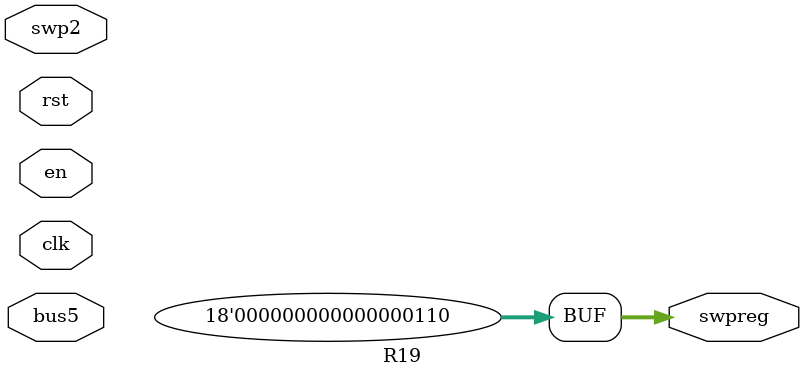
<source format=v>
`timescale 1ns / 1ps
module R19(swpreg,bus5,en,rst,swp2,clk
    );
input en,rst,swp2;
input clk;
input [17:0] bus5;
output [17:0] swpreg=18'd6;

reg [17:0] swpreg;

always @ (negedge clk) begin
	if (rst)
		swpreg<=18'd6;

	else if (swp2 & en)
	swpreg<= bus5;

end
		
endmodule 
</source>
